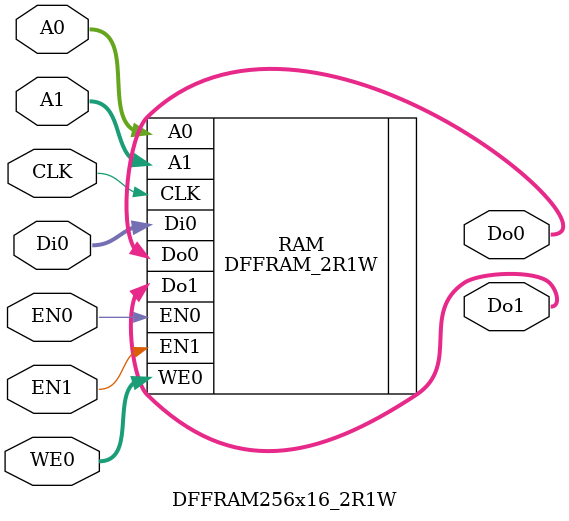
<source format=v>
/*
 * DFFRAM.v
 *
 * * A 256x32 DFFRAM (1 Kbytes)
 *
 * This is free software: you can redistribute it and/or modify
 * it under the terms of the Apache License, Version 2.0 (the "License").
 *
 * DFFRAM is distributed in the hope that it will be useful,
 * but WITHOUT ANY WARRANTY; without even the implied warranty of
 * MERCHANTABILITY or FITNESS FOR A PARTICULAR PURPOSE. See the
 * Apache License, Version 2.0 for more details.
 *
 * You should have received a copy of the Apache License, Version 2.0
 * along with DFFRAM. If not, see <https://www.apache.org/licenses/LICENSE-2.0>.
 *
 * For further information, please visit .
 *
 */

`timescale 1ns/1ps

`default_nettype        none

module DFFRAM256x16_2R1W  (
	input   wire            CLK,  
    input   wire [1:0]      WE0,  
    input                   EN0,  
    input                   EN1,  
    input   wire [7:0]      A0,   
    input   wire [7:0]      A1,   
    input   wire [15:0]     Di0,  
    output  wire [15:0]     Do0,
    output  wire [15:0]     Do1
);

    DFFRAM_2R1W  #( .USE_LATCH(1), .WSIZE(2), .BANKS(16) ) RAM (
	    .CLK(CLK),  
        .WE0(WE0),  
        .EN0(EN0),  
        .EN1(EN1),  
        .A0(A0),   
        .A1(A1),   
        .Di0(Di0),  
        .Do0(Do0),
        .Do1(Do1)
    );

endmodule

</source>
